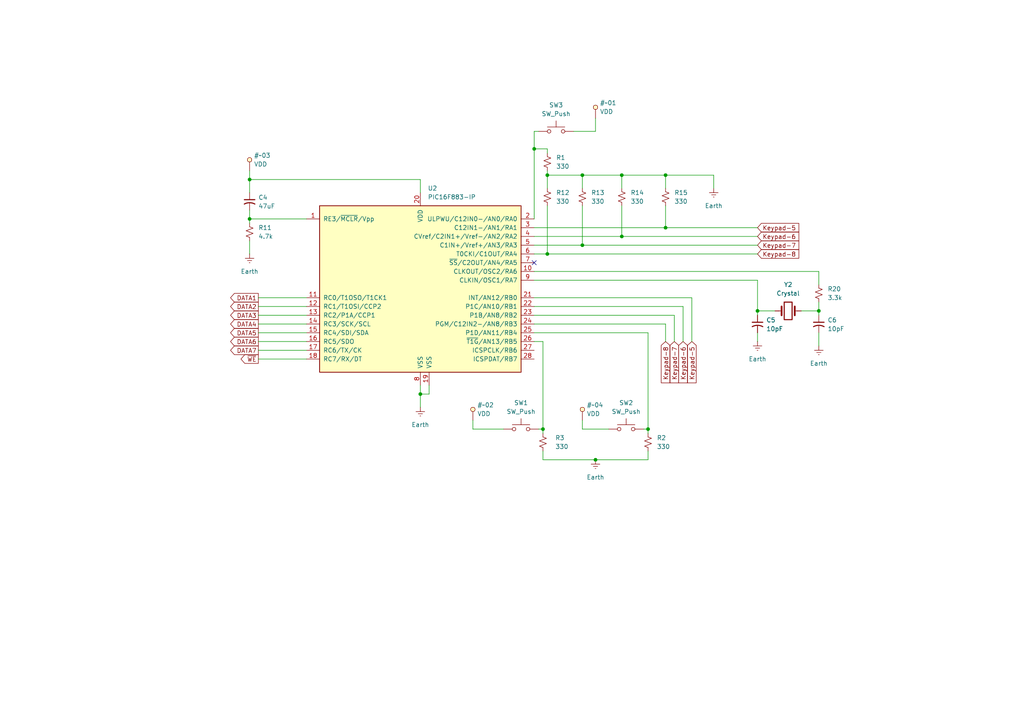
<source format=kicad_sch>
(kicad_sch (version 20250114) (generator "eeschema") (generator_version "9.0")
  (paper "A4")
  (lib_symbols
    (symbol "1New_symbol_Library_Payden_8_0_7:VDD" (power) (in_bom no) (on_board no)
      (property "Reference" "~" (at -1.27 4.064 0))
      (property "Value" "VDD" (at 0 2.286 0))
      (symbol "VDD_1_1"
        (circle (center 0 0.635) (radius 0.635) (fill (type background)))
        (pin power_in line (at 0 -2.54 90) (length 2.54) (name "") (number ""))
      )
    )
    (symbol "Device:C_Small_US" (pin_numbers (hide yes)) (pin_names (offset 0.254) (hide yes))
      (property "Reference" "C" (at 0.254 1.778 0))
      (property "Value" "C_Small_US" (at 0.254 -2.032 0))
      (symbol "C_Small_US_0_1"
        (polyline (pts (xy -1.524 0.508) (xy 1.524 0.508)) (stroke (width 0.3048)))
        (arc (start -1.524 -0.762) (mid 0 -0.3734) (end 1.524 -0.762) (stroke (width 0.3048)))
      )
      (symbol "C_Small_US_1_1"
        (pin passive line (at 0 2.54 270) (length 2.032) (name "~") (number "1"))
        (pin passive line (at 0 -2.54 90) (length 2.032) (name "~") (number "2"))
      )
    )
    (symbol "Device:Crystal" (pin_numbers (hide yes)) (pin_names (offset 1.016) (hide yes))
      (property "Reference" "Y" (at 0 3.81 0))
      (property "Value" "Crystal" (at 0 -3.81 0))
      (symbol "Crystal_0_1"
        (polyline (pts (xy -2.54 0) (xy -1.905 0)))
        (polyline (pts (xy -1.905 -1.27) (xy -1.905 1.27)) (stroke (width 0.508)))
        (rectangle (start -1.143 2.54) (end 1.143 -2.54) (stroke (width 0.3048)))
        (polyline (pts (xy 1.905 -1.27) (xy 1.905 1.27)) (stroke (width 0.508)))
        (polyline (pts (xy 2.54 0) (xy 1.905 0)))
      )
      (symbol "Crystal_1_1"
        (pin passive line (at -3.81 0 0) (length 1.27) (name "1") (number "1"))
        (pin passive line (at 3.81 0 180) (length 1.27) (name "2") (number "2"))
      )
    )
    (symbol "Device:R_Small_US" (pin_numbers (hide yes)) (pin_names (offset 0.254) (hide yes))
      (property "Reference" "R" (at 0.762 0.508 0))
      (property "Value" "R_Small_US" (at 0.762 -1.016 0))
      (symbol "R_Small_US_1_1"
        (polyline (pts (xy 0 1.524) (xy 1.016 1.143) (xy 0 0.762) (xy -1.016 0.381) (xy 0 0)))
        (polyline (pts (xy 0 0) (xy 1.016 -0.381) (xy 0 -0.762) (xy -1.016 -1.143) (xy 0 -1.524)))
        (pin passive line (at 0 2.54 270) (length 1.016) (name "~") (number "1"))
        (pin passive line (at 0 -2.54 90) (length 1.016) (name "~") (number "2"))
      )
    )
    (symbol "MCU_Microchip_PIC16:PIC16F883-IP" (pin_names (offset 1.016))
      (property "Reference" "U" (at 13.97 27.94 0))
      (property "Value" "PIC16F883-IP" (at 13.97 25.4 0))
      (symbol "PIC16F883-IP_0_1"
        (rectangle (start -29.21 24.13) (end 29.21 -24.13) (stroke (width 0.254)) (fill (type background)))
      )
      (symbol "PIC16F883-IP_1_1"
        (pin bidirectional line (at -33.02 20.32 0) (length 3.81) (name "RE3/~{MCLR}/Vpp") (number "1"))
        (pin bidirectional line (at -33.02 -2.54 0) (length 3.81) (name "RC0/T1OSO/T1CK1") (number "11"))
        (pin bidirectional line (at -33.02 -5.08 0) (length 3.81) (name "RC1/T1OSI/CCP2") (number "12"))
        (pin bidirectional line (at -33.02 -7.62 0) (length 3.81) (name "RC2/P1A/CCP1") (number "13"))
        (pin bidirectional line (at -33.02 -10.16 0) (length 3.81) (name "RC3/SCK/SCL") (number "14"))
        (pin bidirectional line (at -33.02 -12.7 0) (length 3.81) (name "RC4/SDI/SDA") (number "15"))
        (pin bidirectional line (at -33.02 -15.24 0) (length 3.81) (name "RC5/SDO") (number "16"))
        (pin bidirectional line (at -33.02 -17.78 0) (length 3.81) (name "RC6/TX/CK") (number "17"))
        (pin bidirectional line (at -33.02 -20.32 0) (length 3.81) (name "RC7/RX/DT") (number "18"))
        (pin power_in line (at 0 27.94 270) (length 3.81) (name "VDD") (number "20"))
        (pin power_in line (at 0 -27.94 90) (length 3.81) (name "VSS") (number "8"))
        (pin power_in line (at 2.54 -27.94 90) (length 3.81) (name "VSS") (number "19"))
        (pin bidirectional line (at 33.02 20.32 180) (length 3.81) (name "ULPWU/C12IN0-/AN0/RA0") (number "2"))
        (pin bidirectional line (at 33.02 17.78 180) (length 3.81) (name "C12IN1-/AN1/RA1") (number "3"))
        (pin bidirectional line (at 33.02 15.24 180) (length 3.81) (name "CVref/C2IN1+/Vref-/AN2/RA2") (number "4"))
        (pin bidirectional line (at 33.02 12.7 180) (length 3.81) (name "C1IN+/Vref+/AN3/RA3") (number "5"))
        (pin bidirectional line (at 33.02 10.16 180) (length 3.81) (name "T0CKI/C1OUT/RA4") (number "6"))
        (pin bidirectional line (at 33.02 7.62 180) (length 3.81) (name "~{SS}/C2OUT/AN4/RA5") (number "7"))
        (pin bidirectional line (at 33.02 5.08 180) (length 3.81) (name "CLKOUT/OSC2/RA6") (number "10"))
        (pin input line (at 33.02 2.54 180) (length 3.81) (name "CLKIN/OSC1/RA7") (number "9"))
        (pin bidirectional line (at 33.02 -2.54 180) (length 3.81) (name "INT/AN12/RB0") (number "21"))
        (pin bidirectional line (at 33.02 -5.08 180) (length 3.81) (name "P1C/AN10/RB1") (number "22"))
        (pin bidirectional line (at 33.02 -7.62 180) (length 3.81) (name "P1B/AN8/RB2") (number "23"))
        (pin bidirectional line (at 33.02 -10.16 180) (length 3.81) (name "PGM/C12IN2-/AN8/RB3") (number "24"))
        (pin bidirectional line (at 33.02 -12.7 180) (length 3.81) (name "P1D/AN11/RB4") (number "25"))
        (pin bidirectional line (at 33.02 -15.24 180) (length 3.81) (name "~{T1G}/AN13/RB5") (number "26"))
        (pin bidirectional line (at 33.02 -17.78 180) (length 3.81) (name "ICSPCLK/RB6") (number "27"))
        (pin bidirectional line (at 33.02 -20.32 180) (length 3.81) (name "ICSPDAT/RB7") (number "28"))
      )
    )
    (symbol "Switch:SW_Push" (pin_numbers (hide yes)) (pin_names (offset 1.016) (hide yes))
      (property "Reference" "SW" (at 1.27 2.54 0))
      (property "Value" "SW_Push" (at 0 -1.524 0))
      (symbol "SW_Push_0_1"
        (circle (center -2.032 0) (radius 0.508))
        (polyline (pts (xy 0 1.27) (xy 0 3.048)))
        (circle (center 2.032 0) (radius 0.508))
        (polyline (pts (xy 2.54 1.27) (xy -2.54 1.27)))
        (pin passive line (at -5.08 0 0) (length 2.54) (name "1") (number "1"))
        (pin passive line (at 5.08 0 180) (length 2.54) (name "2") (number "2"))
      )
    )
    (symbol "power:Earth" (power) (pin_numbers (hide yes)) (pin_names (offset 0) (hide yes))
      (property "Value" "Earth" (at 0 -3.81 0))
      (symbol "Earth_0_1"
        (polyline (pts (xy -0.635 -1.905) (xy 0.635 -1.905)))
        (polyline (pts (xy -0.127 -2.54) (xy 0.127 -2.54)))
        (polyline (pts (xy 0 -1.27) (xy 0 0)))
        (polyline (pts (xy 1.27 -1.27) (xy -1.27 -1.27)))
      )
      (symbol "Earth_1_1"
        (pin power_in line (at 0 0 270) (length 0) (name "~") (number "1"))
      )
    )
  )
  (junction (at 168.91 50.8))
  (junction (at 193.04 50.8))
  (junction (at 158.75 73.66))
  (junction (at 187.96 124.46))
  (junction (at 121.92 114.3))
  (junction (at 158.75 50.8))
  (junction (at 154.94 43.18))
  (junction (at 237.49 90.17))
  (junction (at 219.71 90.17))
  (junction (at 172.72 133.35))
  (junction (at 72.39 63.5))
  (junction (at 193.04 66.04))
  (junction (at 168.91 71.12))
  (junction (at 157.48 124.46))
  (junction (at 180.34 50.8))
  (junction (at 180.34 68.58))
  (junction (at 72.39 52.07))
  (no_connect (at 154.94 76.2))
  (wire (pts (xy 74.93 88.9) (xy 88.9 88.9)))
  (wire (pts (xy 154.94 81.28) (xy 219.71 81.28)))
  (wire (pts (xy 186.69 124.46) (xy 187.96 124.46)))
  (wire (pts (xy 157.48 133.35) (xy 157.48 130.81)))
  (wire (pts (xy 158.75 73.66) (xy 219.71 73.66)))
  (wire (pts (xy 200.66 86.36) (xy 200.66 99.06)))
  (wire (pts (xy 207.01 50.8) (xy 193.04 50.8)))
  (wire (pts (xy 74.93 101.6) (xy 88.9 101.6)))
  (wire (pts (xy 180.34 50.8) (xy 180.34 54.61)))
  (wire (pts (xy 74.93 96.52) (xy 88.9 96.52)))
  (wire (pts (xy 154.94 73.66) (xy 158.75 73.66)))
  (wire (pts (xy 121.92 111.76) (xy 121.92 114.3)))
  (wire (pts (xy 180.34 68.58) (xy 219.71 68.58)))
  (wire (pts (xy 154.94 63.5) (xy 154.94 43.18)))
  (wire (pts (xy 154.94 66.04) (xy 193.04 66.04)))
  (wire (pts (xy 219.71 81.28) (xy 219.71 90.17)))
  (wire (pts (xy 193.04 93.98) (xy 193.04 99.06)))
  (wire (pts (xy 156.21 124.46) (xy 157.48 124.46)))
  (wire (pts (xy 219.71 90.17) (xy 224.79 90.17)))
  (wire (pts (xy 154.94 86.36) (xy 200.66 86.36)))
  (wire (pts (xy 237.49 90.17) (xy 237.49 91.44)))
  (wire (pts (xy 168.91 71.12) (xy 219.71 71.12)))
  (wire (pts (xy 154.94 91.44) (xy 195.58 91.44)))
  (wire (pts (xy 137.16 121.92) (xy 137.16 124.46)))
  (wire (pts (xy 121.92 114.3) (xy 124.46 114.3)))
  (wire (pts (xy 168.91 50.8) (xy 158.75 50.8)))
  (wire (pts (xy 154.94 43.18) (xy 154.94 38.1)))
  (wire (pts (xy 72.39 52.07) (xy 121.92 52.07)))
  (wire (pts (xy 72.39 49.53) (xy 72.39 52.07)))
  (wire (pts (xy 72.39 69.85) (xy 72.39 73.66)))
  (wire (pts (xy 195.58 91.44) (xy 195.58 99.06)))
  (wire (pts (xy 74.93 91.44) (xy 88.9 91.44)))
  (wire (pts (xy 232.41 90.17) (xy 237.49 90.17)))
  (wire (pts (xy 72.39 52.07) (xy 72.39 55.88)))
  (wire (pts (xy 172.72 133.35) (xy 187.96 133.35)))
  (wire (pts (xy 168.91 50.8) (xy 168.91 54.61)))
  (wire (pts (xy 158.75 59.69) (xy 158.75 73.66)))
  (wire (pts (xy 198.12 88.9) (xy 198.12 99.06)))
  (wire (pts (xy 74.93 104.14) (xy 88.9 104.14)))
  (wire (pts (xy 237.49 96.52) (xy 237.49 100.33)))
  (wire (pts (xy 74.93 99.06) (xy 88.9 99.06)))
  (wire (pts (xy 187.96 124.46) (xy 187.96 125.73)))
  (wire (pts (xy 74.93 93.98) (xy 88.9 93.98)))
  (wire (pts (xy 207.01 54.61) (xy 207.01 50.8)))
  (wire (pts (xy 157.48 99.06) (xy 157.48 124.46)))
  (wire (pts (xy 137.16 124.46) (xy 146.05 124.46)))
  (wire (pts (xy 124.46 111.76) (xy 124.46 114.3)))
  (wire (pts (xy 121.92 55.88) (xy 121.92 52.07)))
  (wire (pts (xy 154.94 68.58) (xy 180.34 68.58)))
  (wire (pts (xy 158.75 50.8) (xy 158.75 54.61)))
  (wire (pts (xy 193.04 50.8) (xy 193.04 54.61)))
  (wire (pts (xy 154.94 88.9) (xy 198.12 88.9)))
  (wire (pts (xy 72.39 63.5) (xy 88.9 63.5)))
  (wire (pts (xy 154.94 96.52) (xy 187.96 96.52)))
  (wire (pts (xy 237.49 87.63) (xy 237.49 90.17)))
  (wire (pts (xy 193.04 59.69) (xy 193.04 66.04)))
  (wire (pts (xy 154.94 43.18) (xy 158.75 43.18)))
  (wire (pts (xy 219.71 96.52) (xy 219.71 99.06)))
  (wire (pts (xy 193.04 66.04) (xy 219.71 66.04)))
  (wire (pts (xy 72.39 60.96) (xy 72.39 63.5)))
  (wire (pts (xy 168.91 124.46) (xy 176.53 124.46)))
  (wire (pts (xy 157.48 133.35) (xy 172.72 133.35)))
  (wire (pts (xy 168.91 121.92) (xy 168.91 124.46)))
  (wire (pts (xy 172.72 38.1) (xy 172.72 34.29)))
  (wire (pts (xy 158.75 49.53) (xy 158.75 50.8)))
  (wire (pts (xy 154.94 93.98) (xy 193.04 93.98)))
  (wire (pts (xy 187.96 96.52) (xy 187.96 124.46)))
  (wire (pts (xy 166.37 38.1) (xy 172.72 38.1)))
  (wire (pts (xy 157.48 124.46) (xy 157.48 125.73)))
  (wire (pts (xy 168.91 59.69) (xy 168.91 71.12)))
  (wire (pts (xy 187.96 130.81) (xy 187.96 133.35)))
  (wire (pts (xy 219.71 90.17) (xy 219.71 91.44)))
  (wire (pts (xy 74.93 86.36) (xy 88.9 86.36)))
  (wire (pts (xy 154.94 99.06) (xy 157.48 99.06)))
  (wire (pts (xy 154.94 71.12) (xy 168.91 71.12)))
  (wire (pts (xy 180.34 59.69) (xy 180.34 68.58)))
  (wire (pts (xy 121.92 114.3) (xy 121.92 118.11)))
  (wire (pts (xy 237.49 78.74) (xy 237.49 82.55)))
  (wire (pts (xy 154.94 38.1) (xy 156.21 38.1)))
  (wire (pts (xy 158.75 44.45) (xy 158.75 43.18)))
  (wire (pts (xy 154.94 78.74) (xy 237.49 78.74)))
  (wire (pts (xy 180.34 50.8) (xy 168.91 50.8)))
  (wire (pts (xy 193.04 50.8) (xy 180.34 50.8)))
  (wire (pts (xy 72.39 63.5) (xy 72.39 64.77)))
  (global_label "DATA5" (shape output) (at 74.93 96.52 180) (property "Intersheetrefs" "${INTERSHEET_REFS}" (effects (hide yes))))
  (global_label "Keypad-5" (shape input) (at 200.66 99.06 270) (property "Intersheetrefs" "${INTERSHEET_REFS}" (effects (hide yes))))
  (global_label "Keypad-7" (shape input) (at 219.71 71.12 0) (property "Intersheetrefs" "${INTERSHEET_REFS}" (effects (hide yes))))
  (global_label "DATA7" (shape output) (at 74.93 101.6 180) (property "Intersheetrefs" "${INTERSHEET_REFS}" (effects (hide yes))))
  (global_label "Keypad-7" (shape input) (at 195.58 99.06 270) (property "Intersheetrefs" "${INTERSHEET_REFS}" (effects (hide yes))))
  (global_label "Keypad-5" (shape input) (at 219.71 66.04 0) (property "Intersheetrefs" "${INTERSHEET_REFS}" (effects (hide yes))))
  (global_label "DATA4" (shape output) (at 74.93 93.98 180) (property "Intersheetrefs" "${INTERSHEET_REFS}" (effects (hide yes))))
  (global_label "~{WE}" (shape output) (at 74.93 104.14 180) (property "Intersheetrefs" "${INTERSHEET_REFS}" (effects (hide yes))))
  (global_label "DATA1" (shape output) (at 74.93 86.36 180) (property "Intersheetrefs" "${INTERSHEET_REFS}" (effects (hide yes))))
  (global_label "DATA6" (shape output) (at 74.93 99.06 180) (property "Intersheetrefs" "${INTERSHEET_REFS}" (effects (hide yes))))
  (global_label "DATA2" (shape output) (at 74.93 88.9 180) (property "Intersheetrefs" "${INTERSHEET_REFS}" (effects (hide yes))))
  (global_label "Keypad-8" (shape input) (at 193.04 99.06 270) (property "Intersheetrefs" "${INTERSHEET_REFS}" (effects (hide yes))))
  (global_label "Keypad-6" (shape input) (at 219.71 68.58 0) (property "Intersheetrefs" "${INTERSHEET_REFS}" (effects (hide yes))))
  (global_label "Keypad-8" (shape input) (at 219.71 73.66 0) (property "Intersheetrefs" "${INTERSHEET_REFS}" (effects (hide yes))))
  (global_label "Keypad-6" (shape input) (at 198.12 99.06 270) (property "Intersheetrefs" "${INTERSHEET_REFS}" (effects (hide yes))))
  (global_label "DATA3" (shape output) (at 74.93 91.44 180) (property "Intersheetrefs" "${INTERSHEET_REFS}" (effects (hide yes))))
  (symbol (lib_id "Device:R_Small_US") (at 158.75 57.15 0) (unit 1)
    (property "Reference" "R12" (at 161.29 55.8799 0) (effects (justify left)))
    (property "Value" "330" (at 161.29 58.4199 0) (effects (justify left)))
    (property "Description" "Resistor, small US symbol" (effects (hide yes)))
  )
  (symbol (lib_id "1New_symbol_Library_Payden_8_0_7:VDD") (at 72.39 46.99 0) (unit 1) (in_bom no) (on_board no)
    (property "Reference" "~03" (at 73.66 45.0849 0) (effects (justify left)))
    (property "Value" "VDD" (at 73.66 47.6249 0) (effects (justify left)))
  )
  (symbol (lib_id "power:Earth") (at 219.71 99.06 0) (unit 1)
    (property "Reference" "#PWR09" (effects (hide yes)))
    (property "Value" "Earth" (at 219.71 104.14 0))
    (property "Description" "Power symbol creates a global label with name \"Earth\"" (effects (hide yes)))
  )
  (symbol (lib_id "Device:R_Small_US") (at 237.49 85.09 0) (unit 1)
    (property "Reference" "R20" (at 240.03 83.8199 0) (effects (justify left)))
    (property "Value" "3.3k" (at 240.03 86.3599 0) (effects (justify left)))
    (property "Description" "Resistor, small US symbol" (effects (hide yes)))
  )
  (symbol (lib_id "Device:R_Small_US") (at 168.91 57.15 0) (unit 1)
    (property "Reference" "R13" (at 171.45 55.8799 0) (effects (justify left)))
    (property "Value" "330" (at 171.45 58.4199 0) (effects (justify left)))
    (property "Description" "Resistor, small US symbol" (effects (hide yes)))
  )
  (symbol (lib_id "Device:Crystal") (at 228.6 90.17 0) (unit 1)
    (property "Reference" "Y2" (at 228.6 82.55 0))
    (property "Value" "Crystal" (at 228.6 85.09 0))
    (property "Description" "Two pin crystal" (effects (hide yes)))
  )
  (symbol (lib_id "Device:C_Small_US") (at 72.39 58.42 0) (unit 1)
    (property "Reference" "C4" (at 74.93 57.2769 0) (effects (justify left)))
    (property "Value" "47uF" (at 74.93 59.8169 0) (effects (justify left)))
    (property "Description" "capacitor, small US symbol" (effects (hide yes)))
  )
  (symbol (lib_id "power:Earth") (at 121.92 118.11 0) (unit 1)
    (property "Reference" "#PWR07" (effects (hide yes)))
    (property "Value" "Earth" (at 121.92 123.19 0))
    (property "Description" "Power symbol creates a global label with name \"Earth\"" (effects (hide yes)))
  )
  (symbol (lib_id "1New_symbol_Library_Payden_8_0_7:VDD") (at 137.16 119.38 0) (unit 1) (in_bom no) (on_board no)
    (property "Reference" "~02" (at 138.43 117.4749 0) (effects (justify left)))
    (property "Value" "VDD" (at 138.43 120.0149 0) (effects (justify left)))
  )
  (symbol (lib_id "Device:C_Small_US") (at 237.49 93.98 0) (unit 1)
    (property "Reference" "C6" (at 240.03 92.8369 0) (effects (justify left)))
    (property "Value" "10pF" (at 240.03 95.3769 0) (effects (justify left)))
    (property "Description" "capacitor, small US symbol" (effects (hide yes)))
  )
  (symbol (lib_id "power:Earth") (at 207.01 54.61 0) (unit 1)
    (property "Reference" "#PWR01" (effects (hide yes)))
    (property "Value" "Earth" (at 207.01 59.69 0))
    (property "Description" "Power symbol creates a global label with name \"Earth\"" (effects (hide yes)))
  )
  (symbol (lib_id "Device:R_Small_US") (at 180.34 57.15 0) (unit 1)
    (property "Reference" "R14" (at 182.88 55.8799 0) (effects (justify left)))
    (property "Value" "330" (at 182.88 58.4199 0) (effects (justify left)))
    (property "Description" "Resistor, small US symbol" (effects (hide yes)))
  )
  (symbol (lib_id "Device:R_Small_US") (at 157.48 128.27 180) (unit 1)
    (property "Reference" "R3" (at 161.036 127 0) (effects (justify right)))
    (property "Value" "330" (at 161.036 129.54 0) (effects (justify right)))
    (property "Description" "Resistor, small US symbol" (effects (hide yes)))
  )
  (symbol (lib_id "Switch:SW_Push") (at 151.13 124.46 0) (unit 1)
    (property "Reference" "SW1" (at 151.13 116.84 0))
    (property "Value" "SW_Push" (at 151.13 119.38 0))
    (property "Description" "Push button switch, generic, two pins" (effects (hide yes)))
  )
  (symbol (lib_id "MCU_Microchip_PIC16:PIC16F883-IP") (at 121.92 83.82 0) (unit 1)
    (property "Reference" "U2" (at 124.0633 54.61 0) (effects (justify left)))
    (property "Value" "PIC16F883-IP" (at 124.0633 57.15 0) (effects (justify left)))
    (property "Datasheet" "http://ww1.microchip.com/downloads/en/DeviceDoc/41291D.pdf" (effects (hide yes)))
    (property "Description" "4K Flash, 256B SRAM, 256B EEPROM, XLP, DIP28" (effects (hide yes)))
  )
  (symbol (lib_id "1New_symbol_Library_Payden_8_0_7:VDD") (at 168.91 119.38 0) (unit 1) (in_bom no) (on_board no)
    (property "Reference" "~04" (at 170.18 117.4749 0) (effects (justify left)))
    (property "Value" "VDD" (at 170.18 120.0149 0) (effects (justify left)))
  )
  (symbol (lib_id "power:Earth") (at 237.49 100.33 0) (unit 1)
    (property "Reference" "#PWR010" (effects (hide yes)))
    (property "Value" "Earth" (at 237.49 105.41 0))
    (property "Description" "Power symbol creates a global label with name \"Earth\"" (effects (hide yes)))
  )
  (symbol (lib_id "1New_symbol_Library_Payden_8_0_7:VDD") (at 172.72 31.75 0) (unit 1) (in_bom no) (on_board no)
    (property "Reference" "~01" (at 173.99 29.8449 0) (effects (justify left)))
    (property "Value" "VDD" (at 173.99 32.3849 0) (effects (justify left)))
  )
  (symbol (lib_id "Device:R_Small_US") (at 193.04 57.15 0) (unit 1)
    (property "Reference" "R15" (at 195.58 55.8799 0) (effects (justify left)))
    (property "Value" "330" (at 195.58 58.4199 0) (effects (justify left)))
    (property "Description" "Resistor, small US symbol" (effects (hide yes)))
  )
  (symbol (lib_id "Switch:SW_Push") (at 161.29 38.1 0) (unit 1)
    (property "Reference" "SW3" (at 161.29 30.48 0))
    (property "Value" "SW_Push" (at 161.29 33.02 0))
    (property "Description" "Push button switch, generic, two pins" (effects (hide yes)))
  )
  (symbol (lib_id "power:Earth") (at 72.39 73.66 0) (unit 1)
    (property "Reference" "#PWR06" (effects (hide yes)))
    (property "Value" "Earth" (at 72.39 78.74 0))
    (property "Description" "Power symbol creates a global label with name \"Earth\"" (effects (hide yes)))
  )
  (symbol (lib_id "Switch:SW_Push") (at 181.61 124.46 0) (unit 1)
    (property "Reference" "SW2" (at 181.61 116.84 0))
    (property "Value" "SW_Push" (at 181.61 119.38 0))
    (property "Description" "Push button switch, generic, two pins" (effects (hide yes)))
  )
  (symbol (lib_id "power:Earth") (at 172.72 133.35 0) (unit 1)
    (property "Reference" "#PWR02" (effects (hide yes)))
    (property "Value" "Earth" (at 172.72 138.43 0))
    (property "Description" "Power symbol creates a global label with name \"Earth\"" (effects (hide yes)))
  )
  (symbol (lib_id "Device:R_Small_US") (at 187.96 128.27 180) (unit 1)
    (property "Reference" "R2" (at 190.5 126.9999 0) (effects (justify right)))
    (property "Value" "330" (at 190.5 129.5399 0) (effects (justify right)))
    (property "Description" "Resistor, small US symbol" (effects (hide yes)))
  )
  (symbol (lib_id "Device:R_Small_US") (at 72.39 67.31 0) (unit 1)
    (property "Reference" "R11" (at 74.93 66.0399 0) (effects (justify left)))
    (property "Value" "4.7k" (at 74.93 68.5799 0) (effects (justify left)))
    (property "Description" "Resistor, small US symbol" (effects (hide yes)))
  )
  (symbol (lib_id "Device:C_Small_US") (at 219.71 93.98 0) (unit 1)
    (property "Reference" "C5" (at 222.25 92.8369 0) (effects (justify left)))
    (property "Value" "10pF" (at 222.25 95.3769 0) (effects (justify left)))
    (property "Description" "capacitor, small US symbol" (effects (hide yes)))
  )
  (symbol (lib_id "Device:R_Small_US") (at 158.75 46.99 0) (unit 1)
    (property "Reference" "R1" (at 161.29 45.7199 0) (effects (justify left)))
    (property "Value" "330" (at 161.29 48.2599 0) (effects (justify left)))
    (property "Description" "Resistor, small US symbol" (effects (hide yes)))
  )
)
</source>
